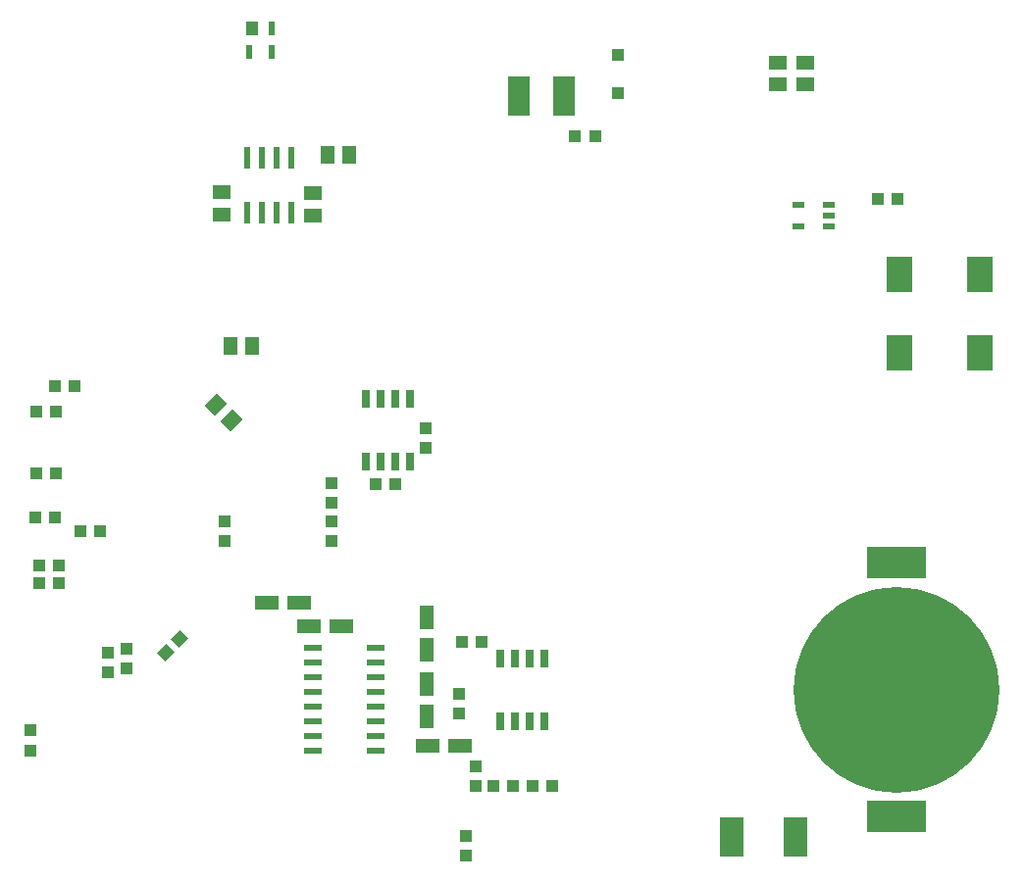
<source format=gbp>
G04 Layer_Color=128*
%FSLAX42Y42*%
%MOMM*%
G71*
G01*
G75*
%ADD10R,1.10X1.00*%
%ADD11R,1.00X1.10*%
%ADD14R,1.50X1.30*%
%ADD30R,2.20X3.15*%
%ADD34R,1.30X1.50*%
%ADD36R,2.00X1.20*%
%ADD37R,1.20X2.00*%
%ADD39R,0.59X1.30*%
%ADD40R,0.99X1.30*%
%ADD43R,0.65X1.52*%
G04:AMPARAMS|DCode=44|XSize=1.5mm|YSize=1.3mm|CornerRadius=0mm|HoleSize=0mm|Usage=FLASHONLY|Rotation=45.000|XOffset=0mm|YOffset=0mm|HoleType=Round|Shape=Rectangle|*
%AMROTATEDRECTD44*
4,1,4,-0.07,-0.99,-0.99,-0.07,0.07,0.99,0.99,0.07,-0.07,-0.99,0.0*
%
%ADD44ROTATEDRECTD44*%

%ADD81R,2.15X3.40*%
%ADD82R,0.56X1.98*%
%ADD83R,1.00X0.60*%
%ADD84R,1.52X0.61*%
G04:AMPARAMS|DCode=85|XSize=1mm|YSize=1.1mm|CornerRadius=0mm|HoleSize=0mm|Usage=FLASHONLY|Rotation=315.000|XOffset=0mm|YOffset=0mm|HoleType=Round|Shape=Rectangle|*
%AMROTATEDRECTD85*
4,1,4,-0.74,-0.04,0.04,0.74,0.74,0.04,-0.04,-0.74,-0.74,-0.04,0.0*
%
%ADD85ROTATEDRECTD85*%

%ADD86R,1.90X3.40*%
%ADD87C,17.78*%
%ADD88R,5.08X2.79*%
%ADD89R,1.08X1.12*%
D10*
X375Y3440D02*
D03*
X205D02*
D03*
X405Y2870D02*
D03*
X235D02*
D03*
X385Y3820D02*
D03*
X215D02*
D03*
X385Y4350D02*
D03*
X215D02*
D03*
X405Y3020D02*
D03*
X235D02*
D03*
X545Y4570D02*
D03*
X375D02*
D03*
X4055Y2360D02*
D03*
X3885D02*
D03*
X4155Y1120D02*
D03*
X4325D02*
D03*
X4495D02*
D03*
X4665D02*
D03*
X4865Y6730D02*
D03*
X5035D02*
D03*
X595Y3320D02*
D03*
X765D02*
D03*
X7645Y6190D02*
D03*
X7475D02*
D03*
X3315Y3720D02*
D03*
X3145D02*
D03*
D11*
X1840Y3400D02*
D03*
Y3230D02*
D03*
X990Y2305D02*
D03*
Y2135D02*
D03*
X2760Y3400D02*
D03*
Y3230D02*
D03*
X4010Y1115D02*
D03*
Y1285D02*
D03*
X3860Y1745D02*
D03*
Y1915D02*
D03*
X2763Y3735D02*
D03*
Y3565D02*
D03*
X3920Y685D02*
D03*
Y515D02*
D03*
X160Y1425D02*
D03*
Y1595D02*
D03*
X830Y2265D02*
D03*
Y2095D02*
D03*
X3570Y4040D02*
D03*
Y4210D02*
D03*
D14*
X1815Y6055D02*
D03*
Y6245D02*
D03*
X6850Y7365D02*
D03*
Y7175D02*
D03*
X6610Y7365D02*
D03*
Y7175D02*
D03*
X2600Y6235D02*
D03*
Y6045D02*
D03*
D30*
X8360Y5538D02*
D03*
X7660D02*
D03*
X8360Y4858D02*
D03*
X7660D02*
D03*
D34*
X1885Y4917D02*
D03*
X2075D02*
D03*
X2725Y6570D02*
D03*
X2915D02*
D03*
D36*
X2850Y2500D02*
D03*
X2570D02*
D03*
X2200Y2700D02*
D03*
X2480D02*
D03*
X3590Y1460D02*
D03*
X3870D02*
D03*
D37*
X3580Y2290D02*
D03*
Y2570D02*
D03*
Y1720D02*
D03*
Y2000D02*
D03*
D39*
X2054Y7457D02*
D03*
X2246D02*
D03*
Y7662D02*
D03*
D40*
X2074D02*
D03*
D43*
X4219Y1679D02*
D03*
X4347D02*
D03*
X4474D02*
D03*
X4601D02*
D03*
Y2221D02*
D03*
X4474D02*
D03*
X4347D02*
D03*
X4219D02*
D03*
X3059Y4461D02*
D03*
X3186D02*
D03*
X3313D02*
D03*
X3440D02*
D03*
Y3919D02*
D03*
X3313D02*
D03*
X3186D02*
D03*
X3059D02*
D03*
D44*
X1901Y4276D02*
D03*
X1766Y4411D02*
D03*
D81*
X6768Y680D02*
D03*
X6212D02*
D03*
D82*
X2417Y6068D02*
D03*
X2290D02*
D03*
X2163D02*
D03*
X2036D02*
D03*
Y6540D02*
D03*
X2163D02*
D03*
X2290D02*
D03*
X2417D02*
D03*
D83*
X7050Y5950D02*
D03*
Y6045D02*
D03*
Y6140D02*
D03*
X6790Y5950D02*
D03*
Y6140D02*
D03*
D84*
X2600Y1420D02*
D03*
X3146D02*
D03*
X2600Y1547D02*
D03*
Y1674D02*
D03*
X3146Y1547D02*
D03*
Y1674D02*
D03*
X2600Y1801D02*
D03*
X3146D02*
D03*
X2600Y1928D02*
D03*
X3146D02*
D03*
X2600Y2055D02*
D03*
Y2182D02*
D03*
X3146Y2055D02*
D03*
Y2182D02*
D03*
X2600Y2309D02*
D03*
X3146D02*
D03*
D85*
X1330Y2270D02*
D03*
X1450Y2390D02*
D03*
D86*
X4375Y7080D02*
D03*
X4765D02*
D03*
D87*
X7640Y1949D02*
D03*
D88*
Y850D02*
D03*
Y3047D02*
D03*
D89*
X5230Y7106D02*
D03*
Y7430D02*
D03*
M02*

</source>
